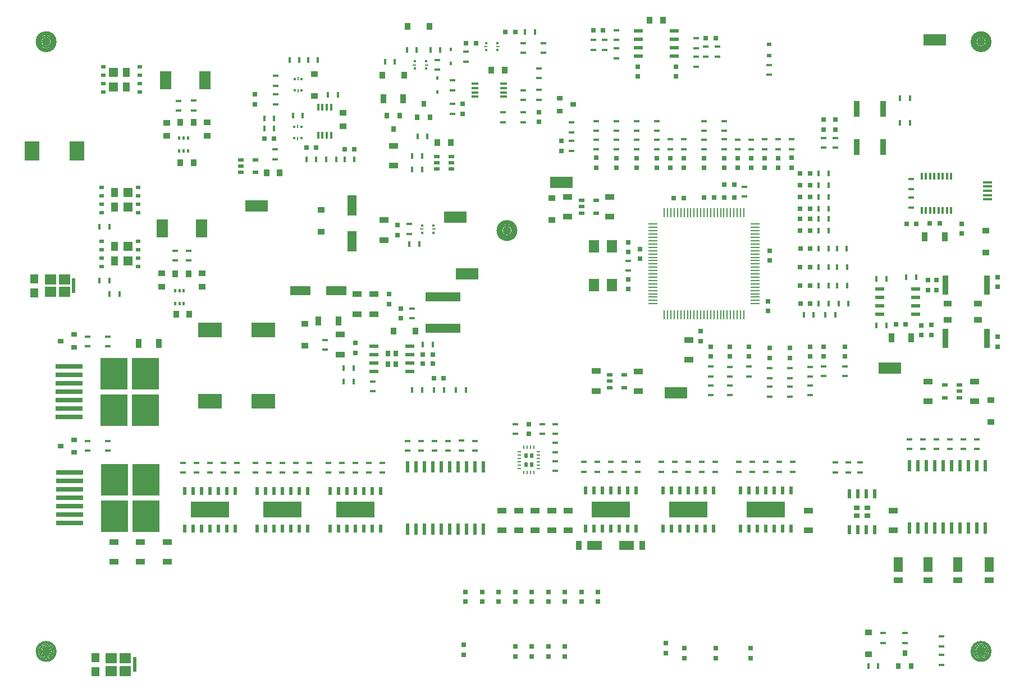
<source format=gbr>
G04 #@! TF.FileFunction,Paste,Top*
%FSLAX46Y46*%
G04 Gerber Fmt 4.6, Leading zero omitted, Abs format (unit mm)*
G04 Created by KiCad (PCBNEW 4.0.7) date 01/18/18 08:29:13*
%MOMM*%
%LPD*%
G01*
G04 APERTURE LIST*
%ADD10C,0.100000*%
%ADD11C,0.200000*%
%ADD12R,0.675000X0.720000*%
%ADD13R,0.720000X0.675000*%
%ADD14R,1.530000X1.890000*%
%ADD15R,0.360000X1.080000*%
%ADD16R,0.360000X0.585000*%
%ADD17R,0.954000X0.585000*%
%ADD18R,0.630000X0.225000*%
%ADD19R,0.225000X0.630000*%
%ADD20R,0.495000X0.795000*%
%ADD21R,0.990000X0.360000*%
%ADD22R,1.395000X0.540000*%
%ADD23R,0.540000X1.755000*%
%ADD24R,0.585000X1.179000*%
%ADD25R,5.760000X2.385000*%
%ADD26R,4.140000X0.720000*%
%ADD27R,4.140000X4.770000*%
%ADD28R,0.360000X0.990000*%
%ADD29R,0.450000X0.810000*%
%ADD30R,0.810000X0.450000*%
%ADD31R,0.810000X0.720000*%
%ADD32R,5.310000X1.440000*%
%ADD33R,1.080000X0.810000*%
%ADD34R,0.810000X1.080000*%
%ADD35R,0.720000X0.810000*%
%ADD36R,2.250000X2.970000*%
%ADD37R,0.900000X1.440000*%
%ADD38R,0.900000X1.125000*%
%ADD39R,1.125000X0.900000*%
%ADD40R,1.440000X0.900000*%
%ADD41R,1.440000X3.150000*%
%ADD42R,3.150000X1.440000*%
%ADD43R,0.337500X0.450000*%
%ADD44R,0.270000X0.585000*%
%ADD45R,0.450000X0.337500*%
%ADD46R,0.585000X0.270000*%
%ADD47R,0.720000X0.630000*%
%ADD48R,1.440000X1.395000*%
%ADD49R,1.080000X1.395000*%
%ADD50R,0.405000X0.540000*%
%ADD51R,3.600000X2.250000*%
%ADD52R,0.720000X0.540000*%
%ADD53R,1.350000X2.160000*%
%ADD54R,1.350000X0.945000*%
%ADD55R,2.160000X1.350000*%
%ADD56R,0.945000X1.350000*%
%ADD57R,0.900000X2.475000*%
%ADD58R,1.350000X0.270000*%
%ADD59R,0.270000X1.350000*%
%ADD60R,0.720000X0.960000*%
%ADD61R,0.540000X1.395000*%
%ADD62R,0.960000X0.720000*%
%ADD63R,1.799082X2.699766*%
%ADD64R,1.260000X1.440000*%
%ADD65R,1.710000X1.530000*%
%ADD66R,0.540000X2.160000*%
%ADD67R,3.420000X1.800000*%
%ADD68R,0.900000X2.880000*%
%ADD69R,1.350000X0.405000*%
%ADD70R,1.215000X0.810000*%
G04 APERTURE END LIST*
D10*
D11*
X69750000Y63250000D02*
X69250000Y63500000D01*
X69250000Y63750000D02*
X69750000Y63250000D01*
X69750000Y63500000D02*
X69250000Y63750000D01*
X69750000Y63500000D02*
G75*
G03X69750000Y63500000I-250000J0D01*
G01*
X69853553Y63500000D02*
G75*
G03X69853553Y63500000I-353553J0D01*
G01*
X70000000Y63500000D02*
G75*
G03X70000000Y63500000I-500000J0D01*
G01*
X70059017Y63500000D02*
G75*
G03X70059017Y63500000I-559017J0D01*
G01*
X70250000Y63500000D02*
G75*
G03X70250000Y63500000I-750000J0D01*
G01*
X70401388Y63500000D02*
G75*
G03X70401388Y63500000I-901388J0D01*
G01*
X70530776Y63500000D02*
G75*
G03X70530776Y63500000I-1030776J0D01*
G01*
X70618034Y63500000D02*
G75*
G03X70618034Y63500000I-1118034J0D01*
G01*
X70750000Y63500000D02*
G75*
G03X70750000Y63500000I-1250000J0D01*
G01*
X70846291Y63500000D02*
G75*
G03X70846291Y63500000I-1346291J0D01*
G01*
X71000000Y63500000D02*
G75*
G03X71000000Y63500000I-1500000J0D01*
G01*
X141250000Y91750000D02*
X140750000Y92000000D01*
X140750000Y92250000D02*
X141250000Y91750000D01*
X141250000Y92000000D02*
X140750000Y92250000D01*
X141250000Y92000000D02*
G75*
G03X141250000Y92000000I-250000J0D01*
G01*
X141353553Y92000000D02*
G75*
G03X141353553Y92000000I-353553J0D01*
G01*
X141500000Y92000000D02*
G75*
G03X141500000Y92000000I-500000J0D01*
G01*
X141559017Y92000000D02*
G75*
G03X141559017Y92000000I-559017J0D01*
G01*
X141750000Y92000000D02*
G75*
G03X141750000Y92000000I-750000J0D01*
G01*
X141901388Y92000000D02*
G75*
G03X141901388Y92000000I-901388J0D01*
G01*
X142000000Y92000000D02*
G75*
G03X142000000Y92000000I-1000000J0D01*
G01*
X142118034Y92000000D02*
G75*
G03X142118034Y92000000I-1118034J0D01*
G01*
X142250000Y92000000D02*
G75*
G03X142250000Y92000000I-1250000J0D01*
G01*
X142346291Y92000000D02*
G75*
G03X142346291Y92000000I-1346291J0D01*
G01*
X142500000Y92000000D02*
G75*
G03X142500000Y92000000I-1500000J0D01*
G01*
X500000Y91750000D02*
X-500000Y92000000D01*
X-500000Y92250000D02*
X500000Y91750000D01*
X500000Y92000000D02*
X-500000Y92250000D01*
X250000Y92000000D02*
G75*
G03X250000Y92000000I-250000J0D01*
G01*
X353553Y92000000D02*
G75*
G03X353553Y92000000I-353553J0D01*
G01*
X500000Y92000000D02*
G75*
G03X500000Y92000000I-500000J0D01*
G01*
X559017Y92000000D02*
G75*
G03X559017Y92000000I-559017J0D01*
G01*
X750000Y92000000D02*
G75*
G03X750000Y92000000I-750000J0D01*
G01*
X901388Y92000000D02*
G75*
G03X901388Y92000000I-901388J0D01*
G01*
X1060660Y92000000D02*
G75*
G03X1060660Y92000000I-1060660J0D01*
G01*
X1118034Y92000000D02*
G75*
G03X1118034Y92000000I-1118034J0D01*
G01*
X1250000Y92000000D02*
G75*
G03X1250000Y92000000I-1250000J0D01*
G01*
X1346291Y92000000D02*
G75*
G03X1346291Y92000000I-1346291J0D01*
G01*
X1500000Y92000000D02*
G75*
G03X1500000Y92000000I-1500000J0D01*
G01*
X-250000Y-250000D02*
X250000Y0D01*
X-250000Y250000D02*
X-250000Y-250000D01*
X250000Y0D02*
X-250000Y250000D01*
X-250000Y0D02*
X250000Y0D01*
X250000Y0D02*
G75*
G03X250000Y0I-250000J0D01*
G01*
X353553Y0D02*
G75*
G03X353553Y0I-353553J0D01*
G01*
X500000Y0D02*
G75*
G03X500000Y0I-500000J0D01*
G01*
X559017Y0D02*
G75*
G03X559017Y0I-559017J0D01*
G01*
X707107Y0D02*
G75*
G03X707107Y0I-707107J0D01*
G01*
X901388Y0D02*
G75*
G03X901388Y0I-901388J0D01*
G01*
X1060660Y0D02*
G75*
G03X1060660Y0I-1060660J0D01*
G01*
X1250000Y0D02*
G75*
G03X1250000Y0I-1250000J0D01*
G01*
X1346291Y0D02*
G75*
G03X1346291Y0I-1346291J0D01*
G01*
X1500000Y0D02*
G75*
G03X1500000Y0I-1500000J0D01*
G01*
X141000000Y-250000D02*
X141250000Y0D01*
X140750000Y250000D02*
X141000000Y-250000D01*
X141250000Y0D02*
X140750000Y250000D01*
X140750000Y0D02*
X141250000Y0D01*
X141250000Y0D02*
G75*
G03X141250000Y0I-250000J0D01*
G01*
X141353553Y0D02*
G75*
G03X141353553Y0I-353553J0D01*
G01*
X141500000Y0D02*
G75*
G03X141500000Y0I-500000J0D01*
G01*
X141559017Y0D02*
G75*
G03X141559017Y0I-559017J0D01*
G01*
X141707107Y0D02*
G75*
G03X141707107Y0I-707107J0D01*
G01*
X141901388Y0D02*
G75*
G03X141901388Y0I-901388J0D01*
G01*
X142060660Y0D02*
G75*
G03X142060660Y0I-1060660J0D01*
G01*
X142250000Y0D02*
G75*
G03X142250000Y0I-1250000J0D01*
G01*
X142346291Y0D02*
G75*
G03X142346291Y0I-1346291J0D01*
G01*
X142500000Y0D02*
G75*
G03X142500000Y0I-1500000J0D01*
G01*
D12*
X131950000Y47701001D03*
X131950000Y49201001D03*
D13*
X113714000Y72156000D03*
X115214000Y72156000D03*
D14*
X85334000Y55260000D03*
X85334000Y61160000D03*
X82634000Y61160000D03*
X82634000Y55260000D03*
D15*
X136498500Y71732000D03*
X135863500Y71732000D03*
X135228500Y71732000D03*
X134593500Y71732000D03*
X133958500Y71732000D03*
X133323500Y71732000D03*
X132688500Y71732000D03*
X132053500Y71732000D03*
X132053500Y66532000D03*
X132688500Y66532000D03*
X133323500Y66532000D03*
X133958500Y66532000D03*
X134593500Y66532000D03*
X135228500Y66532000D03*
X135863500Y66532000D03*
X136498500Y66532000D03*
D16*
X19453000Y52500000D03*
X20753000Y52500000D03*
X20103000Y54400000D03*
X20103000Y52500000D03*
X20753000Y54400000D03*
X19453000Y54400000D03*
D17*
X58893000Y74706000D03*
X58893000Y73756000D03*
X58893000Y72806000D03*
X61093000Y72806000D03*
X61093000Y74706000D03*
X61093000Y73756000D03*
D18*
X71405000Y30119000D03*
X71405000Y29619000D03*
X71405000Y29119000D03*
X71405000Y28619000D03*
X71405000Y28119000D03*
X71405000Y27619000D03*
D19*
X72055000Y26969000D03*
X72555000Y26969000D03*
X73055000Y26969000D03*
X73555000Y26969000D03*
D18*
X74205000Y27619000D03*
X74205000Y28119000D03*
X74205000Y28619000D03*
X74205000Y29119000D03*
X74205000Y29619000D03*
X74205000Y30119000D03*
D19*
X73555000Y30769000D03*
X73055000Y30769000D03*
X72555000Y30769000D03*
X72055000Y30769000D03*
D20*
X73217500Y28206500D03*
X73217500Y29531500D03*
X72392500Y28206500D03*
X72392500Y29531500D03*
D21*
X64701000Y85653000D03*
X64701000Y85003000D03*
X64701000Y84353000D03*
X64701000Y83703000D03*
X69001000Y83703000D03*
X69001000Y84353000D03*
X69001000Y85003000D03*
X69001000Y85653000D03*
D17*
X80768000Y68050000D03*
X80768000Y67100000D03*
X80768000Y66150000D03*
X82968000Y66150000D03*
X82968000Y68050000D03*
X84964000Y41718000D03*
X84964000Y40768000D03*
X84964000Y39818000D03*
X87164000Y39818000D03*
X87164000Y41718000D03*
D22*
X125750000Y54692002D03*
X125750000Y53422002D03*
X125750000Y52152002D03*
X125750000Y50882002D03*
X131150000Y50882002D03*
X131150000Y52152002D03*
X131150000Y53422002D03*
X131150000Y54692002D03*
D23*
X141642000Y27984000D03*
X140372000Y27984000D03*
X139102000Y27984000D03*
X137832000Y27984000D03*
X136562000Y27984000D03*
X135292000Y27984000D03*
X134022000Y27984000D03*
X132752000Y27984000D03*
X131482000Y27984000D03*
X130212000Y27984000D03*
X130212000Y18584000D03*
X131482000Y18584000D03*
X132752000Y18584000D03*
X134022000Y18584000D03*
X135292000Y18584000D03*
X136562000Y18584000D03*
X137832000Y18584000D03*
X139102000Y18584000D03*
X140372000Y18584000D03*
X141642000Y18584000D03*
D24*
X100621000Y18560000D03*
X100621000Y24250000D03*
X99351000Y18560000D03*
X99351000Y24250000D03*
X98081000Y18560000D03*
X98081000Y24250000D03*
X96811000Y18560000D03*
X96811000Y24250000D03*
X95541000Y18560000D03*
X95541000Y24250000D03*
X94271000Y18560000D03*
X94271000Y24250000D03*
X93001000Y18560000D03*
X93001000Y24250000D03*
D25*
X96811000Y21405000D03*
D24*
X112330000Y18560000D03*
X112330000Y24250000D03*
X111060000Y18560000D03*
X111060000Y24250000D03*
X109790000Y18560000D03*
X109790000Y24250000D03*
X108520000Y18560000D03*
X108520000Y24250000D03*
X107250000Y18560000D03*
X107250000Y24250000D03*
X105980000Y18560000D03*
X105980000Y24250000D03*
X104710000Y18560000D03*
X104710000Y24250000D03*
D25*
X108520000Y21405000D03*
D24*
X88937000Y18560000D03*
X88937000Y24250000D03*
X87667000Y18560000D03*
X87667000Y24250000D03*
X86397000Y18560000D03*
X86397000Y24250000D03*
X85127000Y18560000D03*
X85127000Y24250000D03*
X83857000Y18560000D03*
X83857000Y24250000D03*
X82587000Y18560000D03*
X82587000Y24250000D03*
X81317000Y18560000D03*
X81317000Y24250000D03*
D25*
X85127000Y21405000D03*
D24*
X50456000Y18535000D03*
X50456000Y24225000D03*
X49186000Y18535000D03*
X49186000Y24225000D03*
X47916000Y18535000D03*
X47916000Y24225000D03*
X46646000Y18535000D03*
X46646000Y24225000D03*
X45376000Y18535000D03*
X45376000Y24225000D03*
X44106000Y18535000D03*
X44106000Y24225000D03*
X42836000Y18535000D03*
X42836000Y24225000D03*
D25*
X46646000Y21380000D03*
D24*
X39407000Y18535000D03*
X39407000Y24225000D03*
X38137000Y18535000D03*
X38137000Y24225000D03*
X36867000Y18535000D03*
X36867000Y24225000D03*
X35597000Y18535000D03*
X35597000Y24225000D03*
X34327000Y18535000D03*
X34327000Y24225000D03*
X33057000Y18535000D03*
X33057000Y24225000D03*
X31787000Y18535000D03*
X31787000Y24225000D03*
D25*
X35597000Y21380000D03*
D24*
X28485000Y18535000D03*
X28485000Y24225000D03*
X27215000Y18535000D03*
X27215000Y24225000D03*
X25945000Y18535000D03*
X25945000Y24225000D03*
X24675000Y18535000D03*
X24675000Y24225000D03*
X23405000Y18535000D03*
X23405000Y24225000D03*
X22135000Y18535000D03*
X22135000Y24225000D03*
X20865000Y18535000D03*
X20865000Y24225000D03*
D25*
X24675000Y21380000D03*
D26*
X3466000Y36620000D03*
X3466000Y37890000D03*
X3466000Y40430000D03*
X3466000Y41700000D03*
X3466000Y42970000D03*
X3466000Y39160000D03*
X3466000Y35350000D03*
D27*
X10241000Y41910000D03*
X14991000Y41910000D03*
X14991000Y36410000D03*
X10241000Y36410000D03*
D26*
X3533000Y20618000D03*
X3533000Y21888000D03*
X3533000Y24428000D03*
X3533000Y25698000D03*
X3533000Y26968000D03*
X3533000Y23158000D03*
X3533000Y19348000D03*
D27*
X10308000Y25908000D03*
X15058000Y25908000D03*
X15058000Y20408000D03*
X10308000Y20408000D03*
D23*
X65950000Y27859000D03*
X64680000Y27859000D03*
X63410000Y27859000D03*
X62140000Y27859000D03*
X60870000Y27859000D03*
X59600000Y27859000D03*
X58330000Y27859000D03*
X57060000Y27859000D03*
X55790000Y27859000D03*
X54520000Y27859000D03*
X54520000Y18459000D03*
X55790000Y18459000D03*
X57060000Y18459000D03*
X58330000Y18459000D03*
X59600000Y18459000D03*
X60870000Y18459000D03*
X62140000Y18459000D03*
X63410000Y18459000D03*
X64680000Y18459000D03*
X65950000Y18459000D03*
D16*
X20088000Y75548000D03*
X21388000Y75548000D03*
X20738000Y77448000D03*
X20738000Y75548000D03*
X21388000Y77448000D03*
X20088000Y77448000D03*
D28*
X41025000Y77850000D03*
X41675000Y77850000D03*
X42325000Y77850000D03*
X42975000Y77850000D03*
X42975000Y82150000D03*
X42325000Y82150000D03*
X41675000Y82150000D03*
X41025000Y82150000D03*
D29*
X51103000Y88996000D03*
X52603000Y88996000D03*
D30*
X109122000Y38414000D03*
X109122000Y39914000D03*
X19468000Y60484000D03*
X19468000Y58984000D03*
X21500000Y60484000D03*
X21500000Y58984000D03*
X63295000Y89008000D03*
X63295000Y90508000D03*
X96176000Y77260000D03*
X96176000Y75760000D03*
D29*
X9538000Y55924000D03*
X8038000Y55924000D03*
X9538000Y64052000D03*
X8038000Y64052000D03*
X11074000Y53892000D03*
X9574000Y53892000D03*
D30*
X61263000Y82622000D03*
X61263000Y81122000D03*
X61263000Y86178000D03*
X61263000Y84678000D03*
D29*
X57961000Y90774000D03*
X59461000Y90774000D03*
X54405000Y90774000D03*
X55905000Y90774000D03*
X55179000Y72740000D03*
X56679000Y72740000D03*
X55179000Y74772000D03*
X56679000Y74772000D03*
D30*
X71931000Y90290000D03*
X71931000Y91790000D03*
X74979000Y90290000D03*
X74979000Y91790000D03*
D29*
X72250000Y93500000D03*
X73750000Y93500000D03*
X57500000Y77750000D03*
X56000000Y77750000D03*
D30*
X74299126Y88000588D03*
X74299126Y86500588D03*
X74299126Y84710588D03*
X74299126Y83210588D03*
X71931000Y84678000D03*
X71931000Y83178000D03*
X68883000Y81364000D03*
X68883000Y79864000D03*
X71931000Y79864000D03*
X71931000Y81364000D03*
D29*
X115750000Y50750000D03*
X114250000Y50750000D03*
D30*
X94144000Y77260000D03*
X94144000Y75760000D03*
D29*
X117536000Y50750000D03*
X119036000Y50750000D03*
D30*
X70776000Y34310000D03*
X70776000Y32810000D03*
X74840000Y34322000D03*
X74840000Y32822000D03*
X76745000Y34322000D03*
X76745000Y32822000D03*
X76745000Y31528000D03*
X76745000Y30028000D03*
X76745000Y28734000D03*
X76745000Y27234000D03*
X117250000Y41536000D03*
X117250000Y43036000D03*
X120500000Y41536000D03*
X120500000Y43036000D03*
X115218000Y38664000D03*
X115218000Y40164000D03*
X112170000Y38414000D03*
X112170000Y39914000D03*
X102272000Y80030000D03*
X102272000Y78530000D03*
X82968000Y80042000D03*
X82968000Y78542000D03*
X109122000Y41208000D03*
X109122000Y42708000D03*
X115218000Y41458000D03*
X115218000Y42958000D03*
X112170000Y41208000D03*
X112170000Y42708000D03*
D29*
X42500000Y84000000D03*
X44000000Y84000000D03*
D30*
X34580000Y84050000D03*
X34580000Y82550000D03*
D29*
X56675000Y39446000D03*
X55175000Y39446000D03*
X59977000Y39446000D03*
X58477000Y39446000D03*
X63279000Y39446000D03*
X61779000Y39446000D03*
X118000000Y52500000D03*
X116500000Y52500000D03*
X121000000Y52500000D03*
X119500000Y52500000D03*
D30*
X55163000Y50253000D03*
X55163000Y51753000D03*
D29*
X58326000Y46304000D03*
X56826000Y46304000D03*
X54778000Y61429000D03*
X56278000Y61429000D03*
D30*
X54778000Y64477000D03*
X54778000Y62977000D03*
X49250000Y40750000D03*
X49250000Y39250000D03*
X92112000Y78530000D03*
X92112000Y80030000D03*
X89064000Y78542000D03*
X89064000Y80042000D03*
D29*
X130250000Y79750000D03*
X128750000Y79750000D03*
X130250000Y83500000D03*
X128750000Y83500000D03*
X126700000Y56201001D03*
X125200000Y56201001D03*
X131200000Y56451001D03*
X129700000Y56451001D03*
X126700000Y49201001D03*
X125200000Y49201001D03*
D30*
X138340000Y30536000D03*
X138340000Y32036000D03*
X134276000Y30536000D03*
X134276000Y32036000D03*
X140372000Y30536000D03*
X140372000Y32036000D03*
X132244000Y30536000D03*
X132244000Y32036000D03*
X130212000Y30536000D03*
X130212000Y32036000D03*
X136308000Y30536000D03*
X136308000Y32036000D03*
X119000000Y28500000D03*
X119000000Y27000000D03*
X121000000Y27000000D03*
X121000000Y28500000D03*
X96811000Y28607000D03*
X96811000Y27107000D03*
X98843000Y27107000D03*
X98843000Y28607000D03*
X100875000Y27107000D03*
X100875000Y28607000D03*
X108495000Y28607000D03*
X108495000Y27107000D03*
X110527000Y27107000D03*
X110527000Y28607000D03*
X112559000Y27107000D03*
X112559000Y28607000D03*
X112432000Y77260000D03*
X112432000Y75760000D03*
X122750000Y27000000D03*
X122750000Y28500000D03*
X108368000Y77260000D03*
X108368000Y75760000D03*
X94779000Y27107000D03*
X94779000Y28607000D03*
X92747000Y27107000D03*
X92747000Y28607000D03*
X106336000Y77248000D03*
X106336000Y75748000D03*
X106463000Y27119000D03*
X106463000Y28619000D03*
X104431000Y27107000D03*
X104431000Y28607000D03*
X92112000Y77248000D03*
X92112000Y75748000D03*
X89064000Y77248000D03*
X89064000Y75748000D03*
X85127000Y28607000D03*
X85127000Y27107000D03*
X87159000Y27107000D03*
X87159000Y28607000D03*
X99224000Y80030000D03*
X99224000Y78530000D03*
X99224000Y77236000D03*
X99224000Y75736000D03*
X102272000Y77260000D03*
X102272000Y75760000D03*
D29*
X117996000Y70378000D03*
X116496000Y70378000D03*
D30*
X89191000Y27107000D03*
X89191000Y28607000D03*
X46646000Y28480000D03*
X46646000Y26980000D03*
X48678000Y26980000D03*
X48678000Y28480000D03*
X50710000Y26980000D03*
X50710000Y28480000D03*
X35597000Y28480000D03*
X35597000Y26980000D03*
X37629000Y26980000D03*
X37629000Y28480000D03*
X39661000Y26980000D03*
X39661000Y28480000D03*
X24675000Y28480000D03*
X24675000Y26980000D03*
X26707000Y26980000D03*
X26707000Y28480000D03*
X28739000Y26980000D03*
X28739000Y28480000D03*
X110400000Y77260000D03*
X110400000Y75760000D03*
X44614000Y26980000D03*
X44614000Y28480000D03*
X42582000Y26980000D03*
X42582000Y28480000D03*
D29*
X118008000Y66822000D03*
X116508000Y66822000D03*
D30*
X33565000Y26980000D03*
X33565000Y28480000D03*
X31533000Y26968000D03*
X31533000Y28468000D03*
D29*
X118020000Y68600000D03*
X116520000Y68600000D03*
D30*
X22643000Y26980000D03*
X22643000Y28480000D03*
X20611000Y26980000D03*
X20611000Y28480000D03*
X9308000Y47530000D03*
X9308000Y46030000D03*
X9308000Y31782000D03*
X9308000Y30282000D03*
D29*
X118008000Y65294000D03*
X116508000Y65294000D03*
X117996000Y63516000D03*
X116496000Y63516000D03*
D30*
X62648000Y30294000D03*
X62648000Y31794000D03*
X58584000Y30282000D03*
X58584000Y31782000D03*
X64680000Y30282000D03*
X64680000Y31782000D03*
X56552000Y30270000D03*
X56552000Y31770000D03*
X54520000Y30282000D03*
X54520000Y31782000D03*
X60616000Y30270000D03*
X60616000Y31770000D03*
X6260000Y46030000D03*
X6260000Y47530000D03*
X6260000Y30270000D03*
X6260000Y31770000D03*
D29*
X46388000Y40716000D03*
X44888000Y40716000D03*
X44888000Y42748000D03*
X46388000Y42748000D03*
X118020000Y72156000D03*
X116520000Y72156000D03*
D30*
X83095000Y27107000D03*
X83095000Y28607000D03*
X81063000Y27095000D03*
X81063000Y28595000D03*
X86016000Y77248000D03*
X86016000Y75748000D03*
D29*
X32898000Y78894000D03*
X34398000Y78894000D03*
X34398000Y80418000D03*
X32898000Y80418000D03*
D30*
X19976000Y83090000D03*
X19976000Y81590000D03*
X22262000Y83102000D03*
X22262000Y81602000D03*
D29*
X39250000Y74250000D03*
X40750000Y74250000D03*
D30*
X104304000Y77248000D03*
X104304000Y75748000D03*
X82968000Y77248000D03*
X82968000Y75748000D03*
D29*
X38196000Y89264000D03*
X36696000Y89264000D03*
X40990000Y89264000D03*
X39490000Y89264000D03*
X45000000Y74250000D03*
X46500000Y74250000D03*
X42250000Y74250000D03*
X43750000Y74250000D03*
X38716000Y80882000D03*
X37216000Y80882000D03*
D30*
X34580000Y86844000D03*
X34580000Y85344000D03*
X79208000Y77000000D03*
X79208000Y75500000D03*
X79208000Y79818001D03*
X79208000Y78318001D03*
X34500000Y75750000D03*
X34500000Y74250000D03*
X87794000Y57460000D03*
X87794000Y58960000D03*
D31*
X4228000Y45896000D03*
X4228000Y47796000D03*
X2228000Y46846000D03*
X4228000Y30016000D03*
X4228000Y31916000D03*
X2228000Y30966000D03*
D32*
X59862000Y48780000D03*
X59862000Y53480000D03*
D30*
X42082000Y45500000D03*
X42082000Y47000000D03*
X105320000Y68636000D03*
X105320000Y70136000D03*
D33*
X141750000Y60200000D03*
X141750000Y63500000D03*
D34*
X50723000Y86964000D03*
X54023000Y86964000D03*
X54533000Y94330000D03*
X57833000Y94330000D03*
D35*
X53323000Y80852000D03*
X51423000Y80852000D03*
X52373000Y78852000D03*
D36*
X-2150000Y75500000D03*
X4650000Y75500000D03*
D33*
X40500000Y87150000D03*
X40500000Y83850000D03*
X41500000Y66650000D03*
X41500000Y63350000D03*
X39000000Y49400000D03*
X39000000Y46100000D03*
D13*
X129635000Y49323001D03*
X128135000Y49323001D03*
X134772000Y64560000D03*
X133272000Y64560000D03*
D37*
X132522000Y62528000D03*
X135522000Y62528000D03*
D12*
X138086000Y63048000D03*
X138086000Y64548000D03*
X53000000Y62826000D03*
X53000000Y64326000D03*
X115206000Y46006000D03*
X115206000Y44506000D03*
D38*
X19611000Y50844000D03*
X21611000Y50844000D03*
D39*
X17436000Y57051000D03*
X17436000Y55051000D03*
X23532000Y57051000D03*
X23532000Y55051000D03*
D38*
X19484000Y56940000D03*
X21484000Y56940000D03*
D12*
X96176000Y72954000D03*
X96176000Y74454000D03*
D13*
X63307000Y91790000D03*
X64807000Y91790000D03*
D12*
X62787000Y81134000D03*
X62787000Y82634000D03*
D37*
X50873000Y83408000D03*
X53873000Y83408000D03*
D40*
X52373000Y76272000D03*
X52373000Y73272000D03*
D12*
X74299126Y79896588D03*
X74299126Y81396588D03*
X94144000Y72954000D03*
X94144000Y74454000D03*
X72808000Y34310000D03*
X72808000Y32810000D03*
X99224000Y72942000D03*
X99224000Y74442000D03*
X93500000Y-250000D03*
X93500000Y1250000D03*
X102272000Y72954000D03*
X102272000Y74454000D03*
X96250000Y-1000000D03*
X96250000Y500000D03*
D13*
X96164000Y68370000D03*
X94664000Y68370000D03*
D12*
X112170000Y45756000D03*
X112170000Y44256000D03*
D13*
X70750000Y93500000D03*
X69250000Y93500000D03*
D40*
X49448000Y53900000D03*
X49448000Y50900000D03*
X46908000Y53900000D03*
X46908000Y50900000D03*
D12*
X51734000Y52412000D03*
X51734000Y53912000D03*
D13*
X58465000Y41224000D03*
X59965000Y41224000D03*
X113750000Y52500000D03*
X115250000Y52500000D03*
X58326000Y44780000D03*
X56826000Y44780000D03*
D12*
X53512000Y50241000D03*
X53512000Y51741000D03*
D40*
X85000000Y68600000D03*
X85000000Y65600000D03*
X50968000Y65088000D03*
X50968000Y62088000D03*
X78650000Y68600000D03*
X78650000Y65600000D03*
D37*
X127500000Y47291001D03*
X130500000Y47291001D03*
D12*
X112432000Y72966000D03*
X112432000Y74466000D03*
X108368000Y72954000D03*
X108368000Y74454000D03*
X106336000Y72954000D03*
X106336000Y74454000D03*
X101000000Y-1000000D03*
X101000000Y500000D03*
X106250000Y-1000000D03*
X106250000Y500000D03*
X92112000Y72954000D03*
X92112000Y74454000D03*
X89064000Y72942000D03*
X89064000Y74442000D03*
D13*
X102284000Y70402000D03*
X103784000Y70402000D03*
X113714000Y70378000D03*
X115214000Y70378000D03*
D12*
X110400000Y72954000D03*
X110400000Y74454000D03*
D13*
X113714000Y66822000D03*
X115214000Y66822000D03*
X113714000Y68600000D03*
X115214000Y68600000D03*
X113714000Y65294000D03*
X115214000Y65294000D03*
X113714000Y63516000D03*
X115214000Y63516000D03*
D41*
X46142000Y67304000D03*
X46142000Y61904000D03*
D13*
X58326000Y43383000D03*
X56826000Y43383000D03*
D12*
X46654000Y46546000D03*
X46654000Y45046000D03*
D40*
X44368000Y44804000D03*
X44368000Y47804000D03*
X89282000Y42268000D03*
X89282000Y39268000D03*
D37*
X41090000Y49860000D03*
X44090000Y49860000D03*
D42*
X38366000Y54432000D03*
X43766000Y54432000D03*
D40*
X82932000Y42292000D03*
X82932000Y39292000D03*
D12*
X31500000Y84050000D03*
X31500000Y82550000D03*
D38*
X20230000Y73704000D03*
X22230000Y73704000D03*
D13*
X34398000Y77370000D03*
X32898000Y77370000D03*
D39*
X18198000Y79784000D03*
X18198000Y77784000D03*
X24294000Y79800000D03*
X24294000Y77800000D03*
D38*
X20246000Y79800000D03*
X22246000Y79800000D03*
D12*
X104304000Y72954000D03*
X104304000Y74454000D03*
D13*
X40750000Y76000000D03*
X39250000Y76000000D03*
X46500000Y75750000D03*
X45000000Y75750000D03*
D12*
X77750000Y75500000D03*
X77750000Y77000000D03*
D40*
X96938000Y47000000D03*
X96938000Y44000000D03*
D13*
X102284000Y68500000D03*
X103784000Y68500000D03*
D12*
X89572000Y60738000D03*
X89572000Y59238000D03*
X109130000Y58984000D03*
X109130000Y60484000D03*
X108876000Y51364000D03*
X108876000Y52864000D03*
X87794000Y61754000D03*
X87794000Y60254000D03*
X87794000Y54666000D03*
X87794000Y56166000D03*
X98716000Y46804000D03*
X98716000Y48304000D03*
D13*
X100736000Y68500000D03*
X99236000Y68500000D03*
D43*
X37462500Y84650000D03*
X38537500Y84650000D03*
D44*
X38000000Y86425000D03*
X38000000Y84575000D03*
D43*
X38537500Y86350000D03*
X37462500Y86350000D03*
X37416500Y77492000D03*
X38491500Y77492000D03*
D44*
X37954000Y79267000D03*
X37954000Y77417000D03*
D43*
X38491500Y79192000D03*
X37416500Y79192000D03*
D45*
X66343000Y91790000D03*
X66343000Y90715000D03*
D46*
X68118000Y91252500D03*
X66268000Y91252500D03*
D45*
X68043000Y90715000D03*
X68043000Y91790000D03*
X57287000Y87950500D03*
X57287000Y89025500D03*
D46*
X55512000Y88488000D03*
X57362000Y88488000D03*
D45*
X55587000Y89025500D03*
X55587000Y87950500D03*
D47*
X8336000Y70026000D03*
X8336000Y68756000D03*
X8336000Y67476000D03*
X8336000Y66206000D03*
X13836000Y66206000D03*
X13836000Y67476000D03*
X13836000Y68756000D03*
X13836000Y70026000D03*
D48*
X12336000Y69206000D03*
X12336000Y67026000D03*
D49*
X10336000Y69206000D03*
X10336000Y67026000D03*
D47*
X8344000Y61898000D03*
X8344000Y60628000D03*
X8344000Y59348000D03*
X8344000Y58078000D03*
X13844000Y58078000D03*
X13844000Y59348000D03*
X13844000Y60628000D03*
X13844000Y61898000D03*
D48*
X12344000Y61078000D03*
X12344000Y58898000D03*
D49*
X10344000Y61078000D03*
X10344000Y58898000D03*
D45*
X58422000Y63177500D03*
X58422000Y64252500D03*
D46*
X56647000Y63715000D03*
X58497000Y63715000D03*
D45*
X56722000Y64252500D03*
X56722000Y63177500D03*
D34*
X55670000Y48336000D03*
X52370000Y48336000D03*
D50*
X58977000Y84390000D03*
X58977000Y86490000D03*
X61009000Y88708000D03*
X61009000Y90808000D03*
D35*
X55995000Y80630000D03*
X57895000Y80630000D03*
X56945000Y82630000D03*
D29*
X117996000Y55194000D03*
X116496000Y55194000D03*
D30*
X58977000Y89250000D03*
X58977000Y87750000D03*
D12*
X109122000Y45756000D03*
X109122000Y44256000D03*
X63250000Y9000000D03*
X63250000Y7500000D03*
X65750000Y9000000D03*
X65750000Y7500000D03*
X68250000Y9000000D03*
X68250000Y7500000D03*
X70750000Y9000000D03*
X70750000Y7500000D03*
X73250000Y9000000D03*
X73250000Y7500000D03*
D13*
X113726000Y55194000D03*
X115226000Y55194000D03*
X113714000Y57992000D03*
X115214000Y57992000D03*
D12*
X75750000Y9000000D03*
X75750000Y7500000D03*
X78250000Y9000000D03*
X78250000Y7500000D03*
X103074000Y46006000D03*
X103074000Y44506000D03*
X100276000Y45994000D03*
X100276000Y44494000D03*
X80750000Y9000000D03*
X80750000Y7500000D03*
X83250000Y9000000D03*
X83250000Y7500000D03*
D29*
X117996000Y57992000D03*
X116496000Y57992000D03*
X120802000Y55194000D03*
X119302000Y55194000D03*
X120790000Y57992000D03*
X119290000Y57992000D03*
D30*
X103074000Y41458000D03*
X103074000Y42958000D03*
X100276000Y41470000D03*
X100276000Y42970000D03*
X103074000Y38664000D03*
X103074000Y40164000D03*
X100276000Y38664000D03*
X100276000Y40164000D03*
D12*
X82968000Y72966000D03*
X82968000Y74466000D03*
X86016000Y72954000D03*
X86016000Y74454000D03*
D47*
X14134000Y84362000D03*
X14134000Y85632000D03*
X14134000Y86912000D03*
X14134000Y88182000D03*
X8634000Y88182000D03*
X8634000Y86912000D03*
X8634000Y85632000D03*
X8634000Y84362000D03*
D48*
X10134000Y85182000D03*
X10134000Y87362000D03*
D49*
X12134000Y85182000D03*
X12134000Y87362000D03*
D12*
X63000000Y-500000D03*
X63000000Y1000000D03*
X70750000Y-750000D03*
X70750000Y750000D03*
X73250000Y-750000D03*
X73250000Y750000D03*
D30*
X86016000Y80030000D03*
X86016000Y78530000D03*
D13*
X82500000Y93750000D03*
X84000000Y93750000D03*
X101000000Y92500000D03*
X99500000Y92500000D03*
D12*
X89250000Y86750000D03*
X89250000Y88250000D03*
X95000000Y86750000D03*
X95000000Y88250000D03*
D30*
X82500000Y90750000D03*
X82500000Y92250000D03*
X101250000Y89750000D03*
X101250000Y91250000D03*
X84250000Y92250000D03*
X84250000Y90750000D03*
X99500000Y91250000D03*
X99500000Y89750000D03*
X86000000Y92250000D03*
X86000000Y93750000D03*
X86000000Y89500000D03*
X86000000Y91000000D03*
X98000000Y91000000D03*
X98000000Y92500000D03*
X98000000Y88250000D03*
X98000000Y89750000D03*
D22*
X89300000Y93655000D03*
X89300000Y92385000D03*
X89300000Y91115000D03*
X89300000Y89845000D03*
X94700000Y89845000D03*
X94700000Y91115000D03*
X94700000Y92385000D03*
X94700000Y93655000D03*
D51*
X24750000Y37750000D03*
X32750000Y37750000D03*
X24750000Y48500000D03*
X32750000Y48500000D03*
D13*
X129750000Y64500000D03*
X131250000Y64500000D03*
D12*
X134250000Y56000000D03*
X134250000Y54500000D03*
D52*
X109000000Y89900000D03*
X109000000Y91600000D03*
D30*
X109000000Y87000000D03*
X109000000Y88500000D03*
X130500000Y69750000D03*
X130500000Y71250000D03*
X130500000Y68500000D03*
X130500000Y67000000D03*
D53*
X128500000Y13100000D03*
D54*
X128500000Y10725000D03*
D53*
X133000000Y13100000D03*
D54*
X133000000Y10725000D03*
D53*
X137500000Y13100000D03*
D54*
X137500000Y10725000D03*
D53*
X142250000Y13100000D03*
D54*
X142250000Y10725000D03*
D55*
X82750000Y16000000D03*
D56*
X80375000Y16000000D03*
D55*
X87500000Y16000000D03*
D56*
X89875000Y16000000D03*
D57*
X122250000Y81880000D03*
X122250000Y76120000D03*
X126250000Y76120000D03*
X126250000Y81880000D03*
D31*
X77500000Y83450000D03*
X77500000Y81550000D03*
X79500000Y82500000D03*
D40*
X140000000Y37750000D03*
X140000000Y40750000D03*
X133000000Y37750000D03*
X133000000Y40750000D03*
D17*
X137750000Y38300000D03*
X137750000Y39250000D03*
X137750000Y40200000D03*
X135550000Y40200000D03*
X135550000Y38300000D03*
D39*
X44750000Y79250000D03*
X44750000Y81250000D03*
D38*
X60993000Y76804000D03*
X58993000Y76804000D03*
X67133000Y87726000D03*
X69133000Y87726000D03*
X93000000Y95250000D03*
X91000000Y95250000D03*
D12*
X117250000Y80250000D03*
X117250000Y78750000D03*
X119000000Y80250000D03*
X119000000Y78750000D03*
X78250000Y-750000D03*
X78250000Y750000D03*
X75750000Y-750000D03*
X75750000Y750000D03*
D40*
X127750000Y18250000D03*
X127750000Y21250000D03*
X71250000Y21250000D03*
X71250000Y18250000D03*
X78750000Y21250000D03*
X78750000Y18250000D03*
X115000000Y21250000D03*
X115000000Y18250000D03*
X68750000Y21250000D03*
X68750000Y18250000D03*
D37*
X17000000Y46500000D03*
X14000000Y46500000D03*
D40*
X73750000Y21250000D03*
X73750000Y18250000D03*
X14250000Y16500000D03*
X14250000Y13500000D03*
X10250000Y16500000D03*
X10250000Y13500000D03*
X76250000Y21250000D03*
X76250000Y18250000D03*
X18250000Y16500000D03*
X18250000Y13500000D03*
D30*
X117250000Y77500000D03*
X117250000Y76000000D03*
X119000000Y77500000D03*
X119000000Y76000000D03*
D58*
X106924000Y52464000D03*
X106924000Y52964000D03*
X106924000Y53464000D03*
X106924000Y53964000D03*
X106924000Y54464000D03*
X106924000Y54964000D03*
X106924000Y55464000D03*
X106924000Y55964000D03*
X106924000Y56464000D03*
X106924000Y56964000D03*
X106924000Y57464000D03*
X106924000Y57964000D03*
X106924000Y58464000D03*
X106924000Y58964000D03*
X106924000Y59464000D03*
X106924000Y59964000D03*
X106924000Y60464000D03*
X106924000Y60964000D03*
X106924000Y61464000D03*
X106924000Y61964000D03*
X106924000Y62464000D03*
X106924000Y62964000D03*
X106924000Y63464000D03*
X106924000Y63964000D03*
X106924000Y64464000D03*
D59*
X105224000Y66164000D03*
X104724000Y66164000D03*
X104224000Y66164000D03*
X103724000Y66164000D03*
X103224000Y66164000D03*
X102724000Y66164000D03*
X102224000Y66164000D03*
X101724000Y66164000D03*
X101224000Y66164000D03*
X100724000Y66164000D03*
X100224000Y66164000D03*
X99724000Y66164000D03*
X99224000Y66164000D03*
X98724000Y66164000D03*
X98224000Y66164000D03*
X97724000Y66164000D03*
X97224000Y66164000D03*
X96724000Y66164000D03*
X96224000Y66164000D03*
X95724000Y66164000D03*
X95224000Y66164000D03*
X94724000Y66164000D03*
X94224000Y66164000D03*
X93724000Y66164000D03*
X93224000Y66164000D03*
D58*
X91524000Y64464000D03*
X91524000Y63964000D03*
X91524000Y63464000D03*
X91524000Y62964000D03*
X91524000Y62464000D03*
X91524000Y61964000D03*
X91524000Y61464000D03*
X91524000Y60964000D03*
X91524000Y60464000D03*
X91524000Y59964000D03*
X91524000Y59464000D03*
X91524000Y58964000D03*
X91524000Y58464000D03*
X91524000Y57964000D03*
X91524000Y57464000D03*
X91524000Y56964000D03*
X91524000Y56464000D03*
X91524000Y55964000D03*
X91524000Y55464000D03*
X91524000Y54964000D03*
X91524000Y54464000D03*
X91524000Y53964000D03*
X91524000Y53464000D03*
X91524000Y52964000D03*
X91524000Y52464000D03*
D59*
X93224000Y50764000D03*
X93724000Y50764000D03*
X94224000Y50764000D03*
X94724000Y50764000D03*
X95224000Y50764000D03*
X95724000Y50764000D03*
X96224000Y50764000D03*
X96724000Y50764000D03*
X97224000Y50764000D03*
X97724000Y50764000D03*
X98224000Y50764000D03*
X98724000Y50764000D03*
X99224000Y50764000D03*
X99724000Y50764000D03*
X100224000Y50764000D03*
X100724000Y50764000D03*
X101224000Y50764000D03*
X101724000Y50764000D03*
X102224000Y50764000D03*
X102724000Y50764000D03*
X103224000Y50764000D03*
X103724000Y50764000D03*
X104224000Y50764000D03*
X104724000Y50764000D03*
X105224000Y50764000D03*
D22*
X49455000Y46039000D03*
X49455000Y44769000D03*
X49455000Y43499000D03*
X49455000Y42229000D03*
X54855000Y42229000D03*
X54855000Y43499000D03*
X54855000Y44769000D03*
X54855000Y46039000D03*
D60*
X52755000Y43334000D03*
X52755000Y44934000D03*
X51555000Y43334000D03*
X51555000Y44934000D03*
D61*
X124955000Y23800000D03*
X123685000Y23800000D03*
X122415000Y23800000D03*
X121145000Y23800000D03*
X121145000Y18400000D03*
X122415000Y18400000D03*
X123685000Y18400000D03*
X124955000Y18400000D03*
D62*
X122250000Y20500000D03*
X123850000Y20500000D03*
X122250000Y21700000D03*
X123850000Y21700000D03*
D12*
X120500000Y46000000D03*
X120500000Y44500000D03*
X117250000Y46000000D03*
X117250000Y44500000D03*
D33*
X76250000Y68400000D03*
X76250000Y65100000D03*
X142500000Y37900000D03*
X142500000Y34600000D03*
D13*
X113750000Y60750000D03*
X115250000Y60750000D03*
D12*
X106000000Y46000000D03*
X106000000Y44500000D03*
D33*
X124000000Y2900000D03*
X124000000Y-400000D03*
D35*
X128550000Y-2250000D03*
X130450000Y-2250000D03*
X129500000Y-250000D03*
D30*
X126250000Y2750000D03*
X126250000Y1250000D03*
D29*
X125500000Y-2250000D03*
X124000000Y-2250000D03*
D30*
X129500000Y2750000D03*
X129500000Y1250000D03*
D29*
X116500000Y60750000D03*
X118000000Y60750000D03*
X119250000Y60750000D03*
X120750000Y60750000D03*
D30*
X135000000Y2250000D03*
X135000000Y750000D03*
X135000000Y-500000D03*
X135000000Y-2000000D03*
X106000000Y43000000D03*
X106000000Y41500000D03*
D63*
X23483740Y63798000D03*
X17484260Y63798000D03*
D64*
X7450000Y-3065000D03*
X7450000Y-935000D03*
D65*
X11950000Y-2935000D03*
X11950000Y-1035000D03*
X9850000Y-1035000D03*
X9850000Y-2935000D03*
D66*
X13350000Y-1985000D03*
D64*
X-1750000Y54120000D03*
X-1750000Y56250000D03*
D65*
X2750000Y54250000D03*
X2750000Y56150000D03*
X650000Y56150000D03*
X650000Y54250000D03*
D66*
X4150000Y55200000D03*
D63*
X23991740Y86175400D03*
X17992260Y86175400D03*
D67*
X31750000Y67250000D03*
X61750000Y65500000D03*
X95000000Y39000000D03*
X63500000Y57000000D03*
X77750000Y70750000D03*
X127250000Y42750000D03*
X134000000Y92250000D03*
D38*
X35250000Y72250000D03*
X33250000Y72250000D03*
D17*
X29400000Y74200000D03*
X29400000Y73250000D03*
X29400000Y72300000D03*
X31600000Y72300000D03*
X31600000Y74200000D03*
D68*
X135650000Y55250000D03*
X141850000Y55250000D03*
X141850000Y47250000D03*
X135650000Y47250000D03*
D69*
X142000000Y69500000D03*
X142000000Y70150000D03*
X142000000Y68850000D03*
X142000000Y70800000D03*
X142000000Y68200000D03*
D12*
X133000000Y54500000D03*
X133000000Y56000000D03*
X133500000Y49250000D03*
X133500000Y47750000D03*
X143500000Y56500000D03*
X143500000Y55000000D03*
X143500000Y46000000D03*
X143500000Y47500000D03*
D70*
X135975000Y52500000D03*
X140525000Y52500000D03*
X135975000Y50000000D03*
X140525000Y50000000D03*
M02*

</source>
